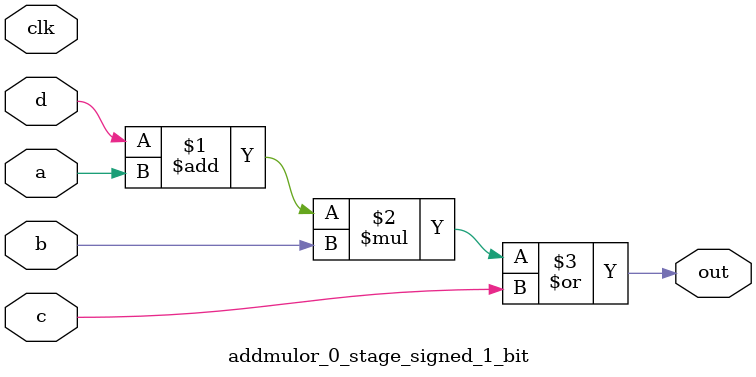
<source format=sv>
(* use_dsp = "yes" *) module addmulor_0_stage_signed_1_bit(
	input signed [0:0] a,
	input signed [0:0] b,
	input signed [0:0] c,
	input signed [0:0] d,
	output [0:0] out,
	input clk);

	assign out = ((d + a) * b) | c;
endmodule

</source>
